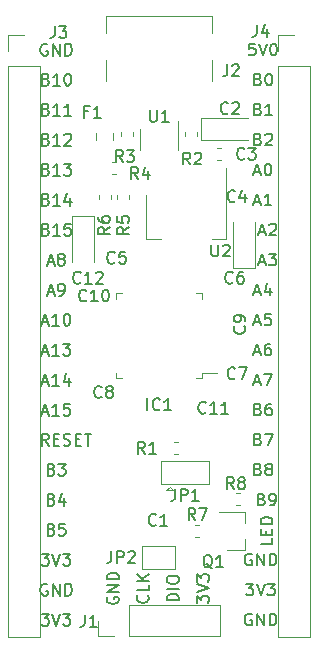
<source format=gbr>
%TF.GenerationSoftware,KiCad,Pcbnew,(5.1.6)-1*%
%TF.CreationDate,2021-08-28T00:22:51-07:00*%
%TF.ProjectId,Rocketboard-Engine,526f636b-6574-4626-9f61-72642d456e67,1.0*%
%TF.SameCoordinates,Original*%
%TF.FileFunction,Legend,Top*%
%TF.FilePolarity,Positive*%
%FSLAX46Y46*%
G04 Gerber Fmt 4.6, Leading zero omitted, Abs format (unit mm)*
G04 Created by KiCad (PCBNEW (5.1.6)-1) date 2021-08-28 00:22:51*
%MOMM*%
%LPD*%
G01*
G04 APERTURE LIST*
%ADD10C,0.150000*%
%ADD11C,0.120000*%
G04 APERTURE END LIST*
D10*
X137804880Y-120988095D02*
X137804880Y-120369047D01*
X138185833Y-120702380D01*
X138185833Y-120559523D01*
X138233452Y-120464285D01*
X138281071Y-120416666D01*
X138376309Y-120369047D01*
X138614404Y-120369047D01*
X138709642Y-120416666D01*
X138757261Y-120464285D01*
X138804880Y-120559523D01*
X138804880Y-120845238D01*
X138757261Y-120940476D01*
X138709642Y-120988095D01*
X137804880Y-120083333D02*
X138804880Y-119750000D01*
X137804880Y-119416666D01*
X137804880Y-119178571D02*
X137804880Y-118559523D01*
X138185833Y-118892857D01*
X138185833Y-118750000D01*
X138233452Y-118654761D01*
X138281071Y-118607142D01*
X138376309Y-118559523D01*
X138614404Y-118559523D01*
X138709642Y-118607142D01*
X138757261Y-118654761D01*
X138804880Y-118750000D01*
X138804880Y-119035714D01*
X138757261Y-119130952D01*
X138709642Y-119178571D01*
X136264880Y-120773808D02*
X135264880Y-120773808D01*
X135264880Y-120535713D01*
X135312500Y-120392856D01*
X135407738Y-120297618D01*
X135502976Y-120249999D01*
X135693452Y-120202379D01*
X135836309Y-120202379D01*
X136026785Y-120249999D01*
X136122023Y-120297618D01*
X136217261Y-120392856D01*
X136264880Y-120535713D01*
X136264880Y-120773808D01*
X136264880Y-119773808D02*
X135264880Y-119773808D01*
X135264880Y-119107141D02*
X135264880Y-118916665D01*
X135312500Y-118821427D01*
X135407738Y-118726189D01*
X135598214Y-118678570D01*
X135931547Y-118678570D01*
X136122023Y-118726189D01*
X136217261Y-118821427D01*
X136264880Y-118916665D01*
X136264880Y-119107141D01*
X136217261Y-119202379D01*
X136122023Y-119297618D01*
X135931547Y-119345237D01*
X135598214Y-119345237D01*
X135407738Y-119297618D01*
X135312500Y-119202379D01*
X135264880Y-119107141D01*
X133629642Y-120345237D02*
X133677261Y-120392856D01*
X133724880Y-120535713D01*
X133724880Y-120630951D01*
X133677261Y-120773808D01*
X133582023Y-120869046D01*
X133486785Y-120916665D01*
X133296309Y-120964284D01*
X133153452Y-120964284D01*
X132962976Y-120916665D01*
X132867738Y-120869046D01*
X132772500Y-120773808D01*
X132724880Y-120630951D01*
X132724880Y-120535713D01*
X132772500Y-120392856D01*
X132820119Y-120345237D01*
X133724880Y-119440475D02*
X133724880Y-119916665D01*
X132724880Y-119916665D01*
X133724880Y-119107141D02*
X132724880Y-119107141D01*
X133724880Y-118535713D02*
X133153452Y-118964284D01*
X132724880Y-118535713D02*
X133296309Y-119107141D01*
X130232500Y-120511904D02*
X130184880Y-120607142D01*
X130184880Y-120750000D01*
X130232500Y-120892857D01*
X130327738Y-120988095D01*
X130422976Y-121035714D01*
X130613452Y-121083333D01*
X130756309Y-121083333D01*
X130946785Y-121035714D01*
X131042023Y-120988095D01*
X131137261Y-120892857D01*
X131184880Y-120750000D01*
X131184880Y-120654761D01*
X131137261Y-120511904D01*
X131089642Y-120464285D01*
X130756309Y-120464285D01*
X130756309Y-120654761D01*
X131184880Y-120035714D02*
X130184880Y-120035714D01*
X131184880Y-119464285D01*
X130184880Y-119464285D01*
X131184880Y-118988095D02*
X130184880Y-118988095D01*
X130184880Y-118750000D01*
X130232500Y-118607142D01*
X130327738Y-118511904D01*
X130422976Y-118464285D01*
X130613452Y-118416666D01*
X130756309Y-118416666D01*
X130946785Y-118464285D01*
X131042023Y-118511904D01*
X131137261Y-118607142D01*
X131184880Y-118750000D01*
X131184880Y-118988095D01*
X142438095Y-121942500D02*
X142342857Y-121894880D01*
X142200000Y-121894880D01*
X142057142Y-121942500D01*
X141961904Y-122037738D01*
X141914285Y-122132976D01*
X141866666Y-122323452D01*
X141866666Y-122466309D01*
X141914285Y-122656785D01*
X141961904Y-122752023D01*
X142057142Y-122847261D01*
X142200000Y-122894880D01*
X142295238Y-122894880D01*
X142438095Y-122847261D01*
X142485714Y-122799642D01*
X142485714Y-122466309D01*
X142295238Y-122466309D01*
X142914285Y-122894880D02*
X142914285Y-121894880D01*
X143485714Y-122894880D01*
X143485714Y-121894880D01*
X143961904Y-122894880D02*
X143961904Y-121894880D01*
X144200000Y-121894880D01*
X144342857Y-121942500D01*
X144438095Y-122037738D01*
X144485714Y-122132976D01*
X144533333Y-122323452D01*
X144533333Y-122466309D01*
X144485714Y-122656785D01*
X144438095Y-122752023D01*
X144342857Y-122847261D01*
X144200000Y-122894880D01*
X143961904Y-122894880D01*
X141961904Y-119354880D02*
X142580952Y-119354880D01*
X142247619Y-119735833D01*
X142390476Y-119735833D01*
X142485714Y-119783452D01*
X142533333Y-119831071D01*
X142580952Y-119926309D01*
X142580952Y-120164404D01*
X142533333Y-120259642D01*
X142485714Y-120307261D01*
X142390476Y-120354880D01*
X142104761Y-120354880D01*
X142009523Y-120307261D01*
X141961904Y-120259642D01*
X142866666Y-119354880D02*
X143200000Y-120354880D01*
X143533333Y-119354880D01*
X143771428Y-119354880D02*
X144390476Y-119354880D01*
X144057142Y-119735833D01*
X144200000Y-119735833D01*
X144295238Y-119783452D01*
X144342857Y-119831071D01*
X144390476Y-119926309D01*
X144390476Y-120164404D01*
X144342857Y-120259642D01*
X144295238Y-120307261D01*
X144200000Y-120354880D01*
X143914285Y-120354880D01*
X143819047Y-120307261D01*
X143771428Y-120259642D01*
X142438095Y-116862500D02*
X142342857Y-116814880D01*
X142200000Y-116814880D01*
X142057142Y-116862500D01*
X141961904Y-116957738D01*
X141914285Y-117052976D01*
X141866666Y-117243452D01*
X141866666Y-117386309D01*
X141914285Y-117576785D01*
X141961904Y-117672023D01*
X142057142Y-117767261D01*
X142200000Y-117814880D01*
X142295238Y-117814880D01*
X142438095Y-117767261D01*
X142485714Y-117719642D01*
X142485714Y-117386309D01*
X142295238Y-117386309D01*
X142914285Y-117814880D02*
X142914285Y-116814880D01*
X143485714Y-117814880D01*
X143485714Y-116814880D01*
X143961904Y-117814880D02*
X143961904Y-116814880D01*
X144200000Y-116814880D01*
X144342857Y-116862500D01*
X144438095Y-116957738D01*
X144485714Y-117052976D01*
X144533333Y-117243452D01*
X144533333Y-117386309D01*
X144485714Y-117576785D01*
X144438095Y-117672023D01*
X144342857Y-117767261D01*
X144200000Y-117814880D01*
X143961904Y-117814880D01*
X144202380Y-115532857D02*
X144202380Y-116009047D01*
X143202380Y-116009047D01*
X143678571Y-115199523D02*
X143678571Y-114866190D01*
X144202380Y-114723333D02*
X144202380Y-115199523D01*
X143202380Y-115199523D01*
X143202380Y-114723333D01*
X144202380Y-114294761D02*
X143202380Y-114294761D01*
X143202380Y-114056666D01*
X143250000Y-113913809D01*
X143345238Y-113818571D01*
X143440476Y-113770952D01*
X143630952Y-113723333D01*
X143773809Y-113723333D01*
X143964285Y-113770952D01*
X144059523Y-113818571D01*
X144154761Y-113913809D01*
X144202380Y-114056666D01*
X144202380Y-114294761D01*
X143295238Y-112211071D02*
X143438095Y-112258690D01*
X143485714Y-112306309D01*
X143533333Y-112401547D01*
X143533333Y-112544404D01*
X143485714Y-112639642D01*
X143438095Y-112687261D01*
X143342857Y-112734880D01*
X142961904Y-112734880D01*
X142961904Y-111734880D01*
X143295238Y-111734880D01*
X143390476Y-111782500D01*
X143438095Y-111830119D01*
X143485714Y-111925357D01*
X143485714Y-112020595D01*
X143438095Y-112115833D01*
X143390476Y-112163452D01*
X143295238Y-112211071D01*
X142961904Y-112211071D01*
X144009523Y-112734880D02*
X144200000Y-112734880D01*
X144295238Y-112687261D01*
X144342857Y-112639642D01*
X144438095Y-112496785D01*
X144485714Y-112306309D01*
X144485714Y-111925357D01*
X144438095Y-111830119D01*
X144390476Y-111782500D01*
X144295238Y-111734880D01*
X144104761Y-111734880D01*
X144009523Y-111782500D01*
X143961904Y-111830119D01*
X143914285Y-111925357D01*
X143914285Y-112163452D01*
X143961904Y-112258690D01*
X144009523Y-112306309D01*
X144104761Y-112353928D01*
X144295238Y-112353928D01*
X144390476Y-112306309D01*
X144438095Y-112258690D01*
X144485714Y-112163452D01*
X142995238Y-109671071D02*
X143138095Y-109718690D01*
X143185714Y-109766309D01*
X143233333Y-109861547D01*
X143233333Y-110004404D01*
X143185714Y-110099642D01*
X143138095Y-110147261D01*
X143042857Y-110194880D01*
X142661904Y-110194880D01*
X142661904Y-109194880D01*
X142995238Y-109194880D01*
X143090476Y-109242500D01*
X143138095Y-109290119D01*
X143185714Y-109385357D01*
X143185714Y-109480595D01*
X143138095Y-109575833D01*
X143090476Y-109623452D01*
X142995238Y-109671071D01*
X142661904Y-109671071D01*
X143804761Y-109623452D02*
X143709523Y-109575833D01*
X143661904Y-109528214D01*
X143614285Y-109432976D01*
X143614285Y-109385357D01*
X143661904Y-109290119D01*
X143709523Y-109242500D01*
X143804761Y-109194880D01*
X143995238Y-109194880D01*
X144090476Y-109242500D01*
X144138095Y-109290119D01*
X144185714Y-109385357D01*
X144185714Y-109432976D01*
X144138095Y-109528214D01*
X144090476Y-109575833D01*
X143995238Y-109623452D01*
X143804761Y-109623452D01*
X143709523Y-109671071D01*
X143661904Y-109718690D01*
X143614285Y-109813928D01*
X143614285Y-110004404D01*
X143661904Y-110099642D01*
X143709523Y-110147261D01*
X143804761Y-110194880D01*
X143995238Y-110194880D01*
X144090476Y-110147261D01*
X144138095Y-110099642D01*
X144185714Y-110004404D01*
X144185714Y-109813928D01*
X144138095Y-109718690D01*
X144090476Y-109671071D01*
X143995238Y-109623452D01*
X142995238Y-107131071D02*
X143138095Y-107178690D01*
X143185714Y-107226309D01*
X143233333Y-107321547D01*
X143233333Y-107464404D01*
X143185714Y-107559642D01*
X143138095Y-107607261D01*
X143042857Y-107654880D01*
X142661904Y-107654880D01*
X142661904Y-106654880D01*
X142995238Y-106654880D01*
X143090476Y-106702500D01*
X143138095Y-106750119D01*
X143185714Y-106845357D01*
X143185714Y-106940595D01*
X143138095Y-107035833D01*
X143090476Y-107083452D01*
X142995238Y-107131071D01*
X142661904Y-107131071D01*
X143566666Y-106654880D02*
X144233333Y-106654880D01*
X143804761Y-107654880D01*
X142995238Y-104591071D02*
X143138095Y-104638690D01*
X143185714Y-104686309D01*
X143233333Y-104781547D01*
X143233333Y-104924404D01*
X143185714Y-105019642D01*
X143138095Y-105067261D01*
X143042857Y-105114880D01*
X142661904Y-105114880D01*
X142661904Y-104114880D01*
X142995238Y-104114880D01*
X143090476Y-104162500D01*
X143138095Y-104210119D01*
X143185714Y-104305357D01*
X143185714Y-104400595D01*
X143138095Y-104495833D01*
X143090476Y-104543452D01*
X142995238Y-104591071D01*
X142661904Y-104591071D01*
X144090476Y-104114880D02*
X143900000Y-104114880D01*
X143804761Y-104162500D01*
X143757142Y-104210119D01*
X143661904Y-104352976D01*
X143614285Y-104543452D01*
X143614285Y-104924404D01*
X143661904Y-105019642D01*
X143709523Y-105067261D01*
X143804761Y-105114880D01*
X143995238Y-105114880D01*
X144090476Y-105067261D01*
X144138095Y-105019642D01*
X144185714Y-104924404D01*
X144185714Y-104686309D01*
X144138095Y-104591071D01*
X144090476Y-104543452D01*
X143995238Y-104495833D01*
X143804761Y-104495833D01*
X143709523Y-104543452D01*
X143661904Y-104591071D01*
X143614285Y-104686309D01*
X142685714Y-102289166D02*
X143161904Y-102289166D01*
X142590476Y-102574880D02*
X142923809Y-101574880D01*
X143257142Y-102574880D01*
X143495238Y-101574880D02*
X144161904Y-101574880D01*
X143733333Y-102574880D01*
X142685714Y-99749166D02*
X143161904Y-99749166D01*
X142590476Y-100034880D02*
X142923809Y-99034880D01*
X143257142Y-100034880D01*
X144019047Y-99034880D02*
X143828571Y-99034880D01*
X143733333Y-99082500D01*
X143685714Y-99130119D01*
X143590476Y-99272976D01*
X143542857Y-99463452D01*
X143542857Y-99844404D01*
X143590476Y-99939642D01*
X143638095Y-99987261D01*
X143733333Y-100034880D01*
X143923809Y-100034880D01*
X144019047Y-99987261D01*
X144066666Y-99939642D01*
X144114285Y-99844404D01*
X144114285Y-99606309D01*
X144066666Y-99511071D01*
X144019047Y-99463452D01*
X143923809Y-99415833D01*
X143733333Y-99415833D01*
X143638095Y-99463452D01*
X143590476Y-99511071D01*
X143542857Y-99606309D01*
X142685714Y-97209166D02*
X143161904Y-97209166D01*
X142590476Y-97494880D02*
X142923809Y-96494880D01*
X143257142Y-97494880D01*
X144066666Y-96494880D02*
X143590476Y-96494880D01*
X143542857Y-96971071D01*
X143590476Y-96923452D01*
X143685714Y-96875833D01*
X143923809Y-96875833D01*
X144019047Y-96923452D01*
X144066666Y-96971071D01*
X144114285Y-97066309D01*
X144114285Y-97304404D01*
X144066666Y-97399642D01*
X144019047Y-97447261D01*
X143923809Y-97494880D01*
X143685714Y-97494880D01*
X143590476Y-97447261D01*
X143542857Y-97399642D01*
X142685714Y-94669166D02*
X143161904Y-94669166D01*
X142590476Y-94954880D02*
X142923809Y-93954880D01*
X143257142Y-94954880D01*
X144019047Y-94288214D02*
X144019047Y-94954880D01*
X143780952Y-93907261D02*
X143542857Y-94621547D01*
X144161904Y-94621547D01*
X143085714Y-92129166D02*
X143561904Y-92129166D01*
X142990476Y-92414880D02*
X143323809Y-91414880D01*
X143657142Y-92414880D01*
X143895238Y-91414880D02*
X144514285Y-91414880D01*
X144180952Y-91795833D01*
X144323809Y-91795833D01*
X144419047Y-91843452D01*
X144466666Y-91891071D01*
X144514285Y-91986309D01*
X144514285Y-92224404D01*
X144466666Y-92319642D01*
X144419047Y-92367261D01*
X144323809Y-92414880D01*
X144038095Y-92414880D01*
X143942857Y-92367261D01*
X143895238Y-92319642D01*
X143085714Y-89589166D02*
X143561904Y-89589166D01*
X142990476Y-89874880D02*
X143323809Y-88874880D01*
X143657142Y-89874880D01*
X143942857Y-88970119D02*
X143990476Y-88922500D01*
X144085714Y-88874880D01*
X144323809Y-88874880D01*
X144419047Y-88922500D01*
X144466666Y-88970119D01*
X144514285Y-89065357D01*
X144514285Y-89160595D01*
X144466666Y-89303452D01*
X143895238Y-89874880D01*
X144514285Y-89874880D01*
X142685714Y-87049166D02*
X143161904Y-87049166D01*
X142590476Y-87334880D02*
X142923809Y-86334880D01*
X143257142Y-87334880D01*
X144114285Y-87334880D02*
X143542857Y-87334880D01*
X143828571Y-87334880D02*
X143828571Y-86334880D01*
X143733333Y-86477738D01*
X143638095Y-86572976D01*
X143542857Y-86620595D01*
X142685714Y-84509166D02*
X143161904Y-84509166D01*
X142590476Y-84794880D02*
X142923809Y-83794880D01*
X143257142Y-84794880D01*
X143780952Y-83794880D02*
X143876190Y-83794880D01*
X143971428Y-83842500D01*
X144019047Y-83890119D01*
X144066666Y-83985357D01*
X144114285Y-84175833D01*
X144114285Y-84413928D01*
X144066666Y-84604404D01*
X144019047Y-84699642D01*
X143971428Y-84747261D01*
X143876190Y-84794880D01*
X143780952Y-84794880D01*
X143685714Y-84747261D01*
X143638095Y-84699642D01*
X143590476Y-84604404D01*
X143542857Y-84413928D01*
X143542857Y-84175833D01*
X143590476Y-83985357D01*
X143638095Y-83890119D01*
X143685714Y-83842500D01*
X143780952Y-83794880D01*
X142995238Y-81731071D02*
X143138095Y-81778690D01*
X143185714Y-81826309D01*
X143233333Y-81921547D01*
X143233333Y-82064404D01*
X143185714Y-82159642D01*
X143138095Y-82207261D01*
X143042857Y-82254880D01*
X142661904Y-82254880D01*
X142661904Y-81254880D01*
X142995238Y-81254880D01*
X143090476Y-81302500D01*
X143138095Y-81350119D01*
X143185714Y-81445357D01*
X143185714Y-81540595D01*
X143138095Y-81635833D01*
X143090476Y-81683452D01*
X142995238Y-81731071D01*
X142661904Y-81731071D01*
X143614285Y-81350119D02*
X143661904Y-81302500D01*
X143757142Y-81254880D01*
X143995238Y-81254880D01*
X144090476Y-81302500D01*
X144138095Y-81350119D01*
X144185714Y-81445357D01*
X144185714Y-81540595D01*
X144138095Y-81683452D01*
X143566666Y-82254880D01*
X144185714Y-82254880D01*
X142995238Y-79191071D02*
X143138095Y-79238690D01*
X143185714Y-79286309D01*
X143233333Y-79381547D01*
X143233333Y-79524404D01*
X143185714Y-79619642D01*
X143138095Y-79667261D01*
X143042857Y-79714880D01*
X142661904Y-79714880D01*
X142661904Y-78714880D01*
X142995238Y-78714880D01*
X143090476Y-78762500D01*
X143138095Y-78810119D01*
X143185714Y-78905357D01*
X143185714Y-79000595D01*
X143138095Y-79095833D01*
X143090476Y-79143452D01*
X142995238Y-79191071D01*
X142661904Y-79191071D01*
X144185714Y-79714880D02*
X143614285Y-79714880D01*
X143900000Y-79714880D02*
X143900000Y-78714880D01*
X143804761Y-78857738D01*
X143709523Y-78952976D01*
X143614285Y-79000595D01*
X142995238Y-76651071D02*
X143138095Y-76698690D01*
X143185714Y-76746309D01*
X143233333Y-76841547D01*
X143233333Y-76984404D01*
X143185714Y-77079642D01*
X143138095Y-77127261D01*
X143042857Y-77174880D01*
X142661904Y-77174880D01*
X142661904Y-76174880D01*
X142995238Y-76174880D01*
X143090476Y-76222500D01*
X143138095Y-76270119D01*
X143185714Y-76365357D01*
X143185714Y-76460595D01*
X143138095Y-76555833D01*
X143090476Y-76603452D01*
X142995238Y-76651071D01*
X142661904Y-76651071D01*
X143852380Y-76174880D02*
X143947619Y-76174880D01*
X144042857Y-76222500D01*
X144090476Y-76270119D01*
X144138095Y-76365357D01*
X144185714Y-76555833D01*
X144185714Y-76793928D01*
X144138095Y-76984404D01*
X144090476Y-77079642D01*
X144042857Y-77127261D01*
X143947619Y-77174880D01*
X143852380Y-77174880D01*
X143757142Y-77127261D01*
X143709523Y-77079642D01*
X143661904Y-76984404D01*
X143614285Y-76793928D01*
X143614285Y-76555833D01*
X143661904Y-76365357D01*
X143709523Y-76270119D01*
X143757142Y-76222500D01*
X143852380Y-76174880D01*
X142733333Y-73634880D02*
X142257142Y-73634880D01*
X142209523Y-74111071D01*
X142257142Y-74063452D01*
X142352380Y-74015833D01*
X142590476Y-74015833D01*
X142685714Y-74063452D01*
X142733333Y-74111071D01*
X142780952Y-74206309D01*
X142780952Y-74444404D01*
X142733333Y-74539642D01*
X142685714Y-74587261D01*
X142590476Y-74634880D01*
X142352380Y-74634880D01*
X142257142Y-74587261D01*
X142209523Y-74539642D01*
X143066666Y-73634880D02*
X143400000Y-74634880D01*
X143733333Y-73634880D01*
X144257142Y-73634880D02*
X144352380Y-73634880D01*
X144447619Y-73682500D01*
X144495238Y-73730119D01*
X144542857Y-73825357D01*
X144590476Y-74015833D01*
X144590476Y-74253928D01*
X144542857Y-74444404D01*
X144495238Y-74539642D01*
X144447619Y-74587261D01*
X144352380Y-74634880D01*
X144257142Y-74634880D01*
X144161904Y-74587261D01*
X144114285Y-74539642D01*
X144066666Y-74444404D01*
X144019047Y-74253928D01*
X144019047Y-74015833D01*
X144066666Y-73825357D01*
X144114285Y-73730119D01*
X144161904Y-73682500D01*
X144257142Y-73634880D01*
X124661904Y-121904880D02*
X125280952Y-121904880D01*
X124947619Y-122285833D01*
X125090476Y-122285833D01*
X125185714Y-122333452D01*
X125233333Y-122381071D01*
X125280952Y-122476309D01*
X125280952Y-122714404D01*
X125233333Y-122809642D01*
X125185714Y-122857261D01*
X125090476Y-122904880D01*
X124804761Y-122904880D01*
X124709523Y-122857261D01*
X124661904Y-122809642D01*
X125566666Y-121904880D02*
X125900000Y-122904880D01*
X126233333Y-121904880D01*
X126471428Y-121904880D02*
X127090476Y-121904880D01*
X126757142Y-122285833D01*
X126900000Y-122285833D01*
X126995238Y-122333452D01*
X127042857Y-122381071D01*
X127090476Y-122476309D01*
X127090476Y-122714404D01*
X127042857Y-122809642D01*
X126995238Y-122857261D01*
X126900000Y-122904880D01*
X126614285Y-122904880D01*
X126519047Y-122857261D01*
X126471428Y-122809642D01*
X125138095Y-119412500D02*
X125042857Y-119364880D01*
X124900000Y-119364880D01*
X124757142Y-119412500D01*
X124661904Y-119507738D01*
X124614285Y-119602976D01*
X124566666Y-119793452D01*
X124566666Y-119936309D01*
X124614285Y-120126785D01*
X124661904Y-120222023D01*
X124757142Y-120317261D01*
X124900000Y-120364880D01*
X124995238Y-120364880D01*
X125138095Y-120317261D01*
X125185714Y-120269642D01*
X125185714Y-119936309D01*
X124995238Y-119936309D01*
X125614285Y-120364880D02*
X125614285Y-119364880D01*
X126185714Y-120364880D01*
X126185714Y-119364880D01*
X126661904Y-120364880D02*
X126661904Y-119364880D01*
X126900000Y-119364880D01*
X127042857Y-119412500D01*
X127138095Y-119507738D01*
X127185714Y-119602976D01*
X127233333Y-119793452D01*
X127233333Y-119936309D01*
X127185714Y-120126785D01*
X127138095Y-120222023D01*
X127042857Y-120317261D01*
X126900000Y-120364880D01*
X126661904Y-120364880D01*
X124661904Y-116824880D02*
X125280952Y-116824880D01*
X124947619Y-117205833D01*
X125090476Y-117205833D01*
X125185714Y-117253452D01*
X125233333Y-117301071D01*
X125280952Y-117396309D01*
X125280952Y-117634404D01*
X125233333Y-117729642D01*
X125185714Y-117777261D01*
X125090476Y-117824880D01*
X124804761Y-117824880D01*
X124709523Y-117777261D01*
X124661904Y-117729642D01*
X125566666Y-116824880D02*
X125900000Y-117824880D01*
X126233333Y-116824880D01*
X126471428Y-116824880D02*
X127090476Y-116824880D01*
X126757142Y-117205833D01*
X126900000Y-117205833D01*
X126995238Y-117253452D01*
X127042857Y-117301071D01*
X127090476Y-117396309D01*
X127090476Y-117634404D01*
X127042857Y-117729642D01*
X126995238Y-117777261D01*
X126900000Y-117824880D01*
X126614285Y-117824880D01*
X126519047Y-117777261D01*
X126471428Y-117729642D01*
X125495238Y-114761071D02*
X125638095Y-114808690D01*
X125685714Y-114856309D01*
X125733333Y-114951547D01*
X125733333Y-115094404D01*
X125685714Y-115189642D01*
X125638095Y-115237261D01*
X125542857Y-115284880D01*
X125161904Y-115284880D01*
X125161904Y-114284880D01*
X125495238Y-114284880D01*
X125590476Y-114332500D01*
X125638095Y-114380119D01*
X125685714Y-114475357D01*
X125685714Y-114570595D01*
X125638095Y-114665833D01*
X125590476Y-114713452D01*
X125495238Y-114761071D01*
X125161904Y-114761071D01*
X126638095Y-114284880D02*
X126161904Y-114284880D01*
X126114285Y-114761071D01*
X126161904Y-114713452D01*
X126257142Y-114665833D01*
X126495238Y-114665833D01*
X126590476Y-114713452D01*
X126638095Y-114761071D01*
X126685714Y-114856309D01*
X126685714Y-115094404D01*
X126638095Y-115189642D01*
X126590476Y-115237261D01*
X126495238Y-115284880D01*
X126257142Y-115284880D01*
X126161904Y-115237261D01*
X126114285Y-115189642D01*
X125495238Y-112221071D02*
X125638095Y-112268690D01*
X125685714Y-112316309D01*
X125733333Y-112411547D01*
X125733333Y-112554404D01*
X125685714Y-112649642D01*
X125638095Y-112697261D01*
X125542857Y-112744880D01*
X125161904Y-112744880D01*
X125161904Y-111744880D01*
X125495238Y-111744880D01*
X125590476Y-111792500D01*
X125638095Y-111840119D01*
X125685714Y-111935357D01*
X125685714Y-112030595D01*
X125638095Y-112125833D01*
X125590476Y-112173452D01*
X125495238Y-112221071D01*
X125161904Y-112221071D01*
X126590476Y-112078214D02*
X126590476Y-112744880D01*
X126352380Y-111697261D02*
X126114285Y-112411547D01*
X126733333Y-112411547D01*
X125495238Y-109681071D02*
X125638095Y-109728690D01*
X125685714Y-109776309D01*
X125733333Y-109871547D01*
X125733333Y-110014404D01*
X125685714Y-110109642D01*
X125638095Y-110157261D01*
X125542857Y-110204880D01*
X125161904Y-110204880D01*
X125161904Y-109204880D01*
X125495238Y-109204880D01*
X125590476Y-109252500D01*
X125638095Y-109300119D01*
X125685714Y-109395357D01*
X125685714Y-109490595D01*
X125638095Y-109585833D01*
X125590476Y-109633452D01*
X125495238Y-109681071D01*
X125161904Y-109681071D01*
X126066666Y-109204880D02*
X126685714Y-109204880D01*
X126352380Y-109585833D01*
X126495238Y-109585833D01*
X126590476Y-109633452D01*
X126638095Y-109681071D01*
X126685714Y-109776309D01*
X126685714Y-110014404D01*
X126638095Y-110109642D01*
X126590476Y-110157261D01*
X126495238Y-110204880D01*
X126209523Y-110204880D01*
X126114285Y-110157261D01*
X126066666Y-110109642D01*
X125247619Y-107664880D02*
X124914285Y-107188690D01*
X124676190Y-107664880D02*
X124676190Y-106664880D01*
X125057142Y-106664880D01*
X125152380Y-106712500D01*
X125200000Y-106760119D01*
X125247619Y-106855357D01*
X125247619Y-106998214D01*
X125200000Y-107093452D01*
X125152380Y-107141071D01*
X125057142Y-107188690D01*
X124676190Y-107188690D01*
X125676190Y-107141071D02*
X126009523Y-107141071D01*
X126152380Y-107664880D02*
X125676190Y-107664880D01*
X125676190Y-106664880D01*
X126152380Y-106664880D01*
X126533333Y-107617261D02*
X126676190Y-107664880D01*
X126914285Y-107664880D01*
X127009523Y-107617261D01*
X127057142Y-107569642D01*
X127104761Y-107474404D01*
X127104761Y-107379166D01*
X127057142Y-107283928D01*
X127009523Y-107236309D01*
X126914285Y-107188690D01*
X126723809Y-107141071D01*
X126628571Y-107093452D01*
X126580952Y-107045833D01*
X126533333Y-106950595D01*
X126533333Y-106855357D01*
X126580952Y-106760119D01*
X126628571Y-106712500D01*
X126723809Y-106664880D01*
X126961904Y-106664880D01*
X127104761Y-106712500D01*
X127533333Y-107141071D02*
X127866666Y-107141071D01*
X128009523Y-107664880D02*
X127533333Y-107664880D01*
X127533333Y-106664880D01*
X128009523Y-106664880D01*
X128295238Y-106664880D02*
X128866666Y-106664880D01*
X128580952Y-107664880D02*
X128580952Y-106664880D01*
X124709523Y-104839166D02*
X125185714Y-104839166D01*
X124614285Y-105124880D02*
X124947619Y-104124880D01*
X125280952Y-105124880D01*
X126138095Y-105124880D02*
X125566666Y-105124880D01*
X125852380Y-105124880D02*
X125852380Y-104124880D01*
X125757142Y-104267738D01*
X125661904Y-104362976D01*
X125566666Y-104410595D01*
X127042857Y-104124880D02*
X126566666Y-104124880D01*
X126519047Y-104601071D01*
X126566666Y-104553452D01*
X126661904Y-104505833D01*
X126900000Y-104505833D01*
X126995238Y-104553452D01*
X127042857Y-104601071D01*
X127090476Y-104696309D01*
X127090476Y-104934404D01*
X127042857Y-105029642D01*
X126995238Y-105077261D01*
X126900000Y-105124880D01*
X126661904Y-105124880D01*
X126566666Y-105077261D01*
X126519047Y-105029642D01*
X124709523Y-102299166D02*
X125185714Y-102299166D01*
X124614285Y-102584880D02*
X124947619Y-101584880D01*
X125280952Y-102584880D01*
X126138095Y-102584880D02*
X125566666Y-102584880D01*
X125852380Y-102584880D02*
X125852380Y-101584880D01*
X125757142Y-101727738D01*
X125661904Y-101822976D01*
X125566666Y-101870595D01*
X126995238Y-101918214D02*
X126995238Y-102584880D01*
X126757142Y-101537261D02*
X126519047Y-102251547D01*
X127138095Y-102251547D01*
X124709523Y-99759166D02*
X125185714Y-99759166D01*
X124614285Y-100044880D02*
X124947619Y-99044880D01*
X125280952Y-100044880D01*
X126138095Y-100044880D02*
X125566666Y-100044880D01*
X125852380Y-100044880D02*
X125852380Y-99044880D01*
X125757142Y-99187738D01*
X125661904Y-99282976D01*
X125566666Y-99330595D01*
X126471428Y-99044880D02*
X127090476Y-99044880D01*
X126757142Y-99425833D01*
X126900000Y-99425833D01*
X126995238Y-99473452D01*
X127042857Y-99521071D01*
X127090476Y-99616309D01*
X127090476Y-99854404D01*
X127042857Y-99949642D01*
X126995238Y-99997261D01*
X126900000Y-100044880D01*
X126614285Y-100044880D01*
X126519047Y-99997261D01*
X126471428Y-99949642D01*
X124709523Y-97219166D02*
X125185714Y-97219166D01*
X124614285Y-97504880D02*
X124947619Y-96504880D01*
X125280952Y-97504880D01*
X126138095Y-97504880D02*
X125566666Y-97504880D01*
X125852380Y-97504880D02*
X125852380Y-96504880D01*
X125757142Y-96647738D01*
X125661904Y-96742976D01*
X125566666Y-96790595D01*
X126757142Y-96504880D02*
X126852380Y-96504880D01*
X126947619Y-96552500D01*
X126995238Y-96600119D01*
X127042857Y-96695357D01*
X127090476Y-96885833D01*
X127090476Y-97123928D01*
X127042857Y-97314404D01*
X126995238Y-97409642D01*
X126947619Y-97457261D01*
X126852380Y-97504880D01*
X126757142Y-97504880D01*
X126661904Y-97457261D01*
X126614285Y-97409642D01*
X126566666Y-97314404D01*
X126519047Y-97123928D01*
X126519047Y-96885833D01*
X126566666Y-96695357D01*
X126614285Y-96600119D01*
X126661904Y-96552500D01*
X126757142Y-96504880D01*
X125185714Y-94679166D02*
X125661904Y-94679166D01*
X125090476Y-94964880D02*
X125423809Y-93964880D01*
X125757142Y-94964880D01*
X126138095Y-94964880D02*
X126328571Y-94964880D01*
X126423809Y-94917261D01*
X126471428Y-94869642D01*
X126566666Y-94726785D01*
X126614285Y-94536309D01*
X126614285Y-94155357D01*
X126566666Y-94060119D01*
X126519047Y-94012500D01*
X126423809Y-93964880D01*
X126233333Y-93964880D01*
X126138095Y-94012500D01*
X126090476Y-94060119D01*
X126042857Y-94155357D01*
X126042857Y-94393452D01*
X126090476Y-94488690D01*
X126138095Y-94536309D01*
X126233333Y-94583928D01*
X126423809Y-94583928D01*
X126519047Y-94536309D01*
X126566666Y-94488690D01*
X126614285Y-94393452D01*
X125185714Y-92139166D02*
X125661904Y-92139166D01*
X125090476Y-92424880D02*
X125423809Y-91424880D01*
X125757142Y-92424880D01*
X126233333Y-91853452D02*
X126138095Y-91805833D01*
X126090476Y-91758214D01*
X126042857Y-91662976D01*
X126042857Y-91615357D01*
X126090476Y-91520119D01*
X126138095Y-91472500D01*
X126233333Y-91424880D01*
X126423809Y-91424880D01*
X126519047Y-91472500D01*
X126566666Y-91520119D01*
X126614285Y-91615357D01*
X126614285Y-91662976D01*
X126566666Y-91758214D01*
X126519047Y-91805833D01*
X126423809Y-91853452D01*
X126233333Y-91853452D01*
X126138095Y-91901071D01*
X126090476Y-91948690D01*
X126042857Y-92043928D01*
X126042857Y-92234404D01*
X126090476Y-92329642D01*
X126138095Y-92377261D01*
X126233333Y-92424880D01*
X126423809Y-92424880D01*
X126519047Y-92377261D01*
X126566666Y-92329642D01*
X126614285Y-92234404D01*
X126614285Y-92043928D01*
X126566666Y-91948690D01*
X126519047Y-91901071D01*
X126423809Y-91853452D01*
X125019047Y-89361071D02*
X125161904Y-89408690D01*
X125209523Y-89456309D01*
X125257142Y-89551547D01*
X125257142Y-89694404D01*
X125209523Y-89789642D01*
X125161904Y-89837261D01*
X125066666Y-89884880D01*
X124685714Y-89884880D01*
X124685714Y-88884880D01*
X125019047Y-88884880D01*
X125114285Y-88932500D01*
X125161904Y-88980119D01*
X125209523Y-89075357D01*
X125209523Y-89170595D01*
X125161904Y-89265833D01*
X125114285Y-89313452D01*
X125019047Y-89361071D01*
X124685714Y-89361071D01*
X126209523Y-89884880D02*
X125638095Y-89884880D01*
X125923809Y-89884880D02*
X125923809Y-88884880D01*
X125828571Y-89027738D01*
X125733333Y-89122976D01*
X125638095Y-89170595D01*
X127114285Y-88884880D02*
X126638095Y-88884880D01*
X126590476Y-89361071D01*
X126638095Y-89313452D01*
X126733333Y-89265833D01*
X126971428Y-89265833D01*
X127066666Y-89313452D01*
X127114285Y-89361071D01*
X127161904Y-89456309D01*
X127161904Y-89694404D01*
X127114285Y-89789642D01*
X127066666Y-89837261D01*
X126971428Y-89884880D01*
X126733333Y-89884880D01*
X126638095Y-89837261D01*
X126590476Y-89789642D01*
X125019047Y-86821071D02*
X125161904Y-86868690D01*
X125209523Y-86916309D01*
X125257142Y-87011547D01*
X125257142Y-87154404D01*
X125209523Y-87249642D01*
X125161904Y-87297261D01*
X125066666Y-87344880D01*
X124685714Y-87344880D01*
X124685714Y-86344880D01*
X125019047Y-86344880D01*
X125114285Y-86392500D01*
X125161904Y-86440119D01*
X125209523Y-86535357D01*
X125209523Y-86630595D01*
X125161904Y-86725833D01*
X125114285Y-86773452D01*
X125019047Y-86821071D01*
X124685714Y-86821071D01*
X126209523Y-87344880D02*
X125638095Y-87344880D01*
X125923809Y-87344880D02*
X125923809Y-86344880D01*
X125828571Y-86487738D01*
X125733333Y-86582976D01*
X125638095Y-86630595D01*
X127066666Y-86678214D02*
X127066666Y-87344880D01*
X126828571Y-86297261D02*
X126590476Y-87011547D01*
X127209523Y-87011547D01*
X125019047Y-84281071D02*
X125161904Y-84328690D01*
X125209523Y-84376309D01*
X125257142Y-84471547D01*
X125257142Y-84614404D01*
X125209523Y-84709642D01*
X125161904Y-84757261D01*
X125066666Y-84804880D01*
X124685714Y-84804880D01*
X124685714Y-83804880D01*
X125019047Y-83804880D01*
X125114285Y-83852500D01*
X125161904Y-83900119D01*
X125209523Y-83995357D01*
X125209523Y-84090595D01*
X125161904Y-84185833D01*
X125114285Y-84233452D01*
X125019047Y-84281071D01*
X124685714Y-84281071D01*
X126209523Y-84804880D02*
X125638095Y-84804880D01*
X125923809Y-84804880D02*
X125923809Y-83804880D01*
X125828571Y-83947738D01*
X125733333Y-84042976D01*
X125638095Y-84090595D01*
X126542857Y-83804880D02*
X127161904Y-83804880D01*
X126828571Y-84185833D01*
X126971428Y-84185833D01*
X127066666Y-84233452D01*
X127114285Y-84281071D01*
X127161904Y-84376309D01*
X127161904Y-84614404D01*
X127114285Y-84709642D01*
X127066666Y-84757261D01*
X126971428Y-84804880D01*
X126685714Y-84804880D01*
X126590476Y-84757261D01*
X126542857Y-84709642D01*
X125019047Y-81741071D02*
X125161904Y-81788690D01*
X125209523Y-81836309D01*
X125257142Y-81931547D01*
X125257142Y-82074404D01*
X125209523Y-82169642D01*
X125161904Y-82217261D01*
X125066666Y-82264880D01*
X124685714Y-82264880D01*
X124685714Y-81264880D01*
X125019047Y-81264880D01*
X125114285Y-81312500D01*
X125161904Y-81360119D01*
X125209523Y-81455357D01*
X125209523Y-81550595D01*
X125161904Y-81645833D01*
X125114285Y-81693452D01*
X125019047Y-81741071D01*
X124685714Y-81741071D01*
X126209523Y-82264880D02*
X125638095Y-82264880D01*
X125923809Y-82264880D02*
X125923809Y-81264880D01*
X125828571Y-81407738D01*
X125733333Y-81502976D01*
X125638095Y-81550595D01*
X126590476Y-81360119D02*
X126638095Y-81312500D01*
X126733333Y-81264880D01*
X126971428Y-81264880D01*
X127066666Y-81312500D01*
X127114285Y-81360119D01*
X127161904Y-81455357D01*
X127161904Y-81550595D01*
X127114285Y-81693452D01*
X126542857Y-82264880D01*
X127161904Y-82264880D01*
X125019047Y-79201071D02*
X125161904Y-79248690D01*
X125209523Y-79296309D01*
X125257142Y-79391547D01*
X125257142Y-79534404D01*
X125209523Y-79629642D01*
X125161904Y-79677261D01*
X125066666Y-79724880D01*
X124685714Y-79724880D01*
X124685714Y-78724880D01*
X125019047Y-78724880D01*
X125114285Y-78772500D01*
X125161904Y-78820119D01*
X125209523Y-78915357D01*
X125209523Y-79010595D01*
X125161904Y-79105833D01*
X125114285Y-79153452D01*
X125019047Y-79201071D01*
X124685714Y-79201071D01*
X126209523Y-79724880D02*
X125638095Y-79724880D01*
X125923809Y-79724880D02*
X125923809Y-78724880D01*
X125828571Y-78867738D01*
X125733333Y-78962976D01*
X125638095Y-79010595D01*
X127161904Y-79724880D02*
X126590476Y-79724880D01*
X126876190Y-79724880D02*
X126876190Y-78724880D01*
X126780952Y-78867738D01*
X126685714Y-78962976D01*
X126590476Y-79010595D01*
X125019047Y-76661071D02*
X125161904Y-76708690D01*
X125209523Y-76756309D01*
X125257142Y-76851547D01*
X125257142Y-76994404D01*
X125209523Y-77089642D01*
X125161904Y-77137261D01*
X125066666Y-77184880D01*
X124685714Y-77184880D01*
X124685714Y-76184880D01*
X125019047Y-76184880D01*
X125114285Y-76232500D01*
X125161904Y-76280119D01*
X125209523Y-76375357D01*
X125209523Y-76470595D01*
X125161904Y-76565833D01*
X125114285Y-76613452D01*
X125019047Y-76661071D01*
X124685714Y-76661071D01*
X126209523Y-77184880D02*
X125638095Y-77184880D01*
X125923809Y-77184880D02*
X125923809Y-76184880D01*
X125828571Y-76327738D01*
X125733333Y-76422976D01*
X125638095Y-76470595D01*
X126828571Y-76184880D02*
X126923809Y-76184880D01*
X127019047Y-76232500D01*
X127066666Y-76280119D01*
X127114285Y-76375357D01*
X127161904Y-76565833D01*
X127161904Y-76803928D01*
X127114285Y-76994404D01*
X127066666Y-77089642D01*
X127019047Y-77137261D01*
X126923809Y-77184880D01*
X126828571Y-77184880D01*
X126733333Y-77137261D01*
X126685714Y-77089642D01*
X126638095Y-76994404D01*
X126590476Y-76803928D01*
X126590476Y-76565833D01*
X126638095Y-76375357D01*
X126685714Y-76280119D01*
X126733333Y-76232500D01*
X126828571Y-76184880D01*
X125138095Y-73692500D02*
X125042857Y-73644880D01*
X124900000Y-73644880D01*
X124757142Y-73692500D01*
X124661904Y-73787738D01*
X124614285Y-73882976D01*
X124566666Y-74073452D01*
X124566666Y-74216309D01*
X124614285Y-74406785D01*
X124661904Y-74502023D01*
X124757142Y-74597261D01*
X124900000Y-74644880D01*
X124995238Y-74644880D01*
X125138095Y-74597261D01*
X125185714Y-74549642D01*
X125185714Y-74216309D01*
X124995238Y-74216309D01*
X125614285Y-74644880D02*
X125614285Y-73644880D01*
X126185714Y-74644880D01*
X126185714Y-73644880D01*
X126661904Y-74644880D02*
X126661904Y-73644880D01*
X126900000Y-73644880D01*
X127042857Y-73692500D01*
X127138095Y-73787738D01*
X127185714Y-73882976D01*
X127233333Y-74073452D01*
X127233333Y-74216309D01*
X127185714Y-74406785D01*
X127138095Y-74502023D01*
X127042857Y-74597261D01*
X126900000Y-74644880D01*
X126661904Y-74644880D01*
D11*
%TO.C,IC1*%
X131440000Y-94765000D02*
X130990000Y-94765000D01*
X130990000Y-94765000D02*
X130990000Y-95215000D01*
X137760000Y-94765000D02*
X138210000Y-94765000D01*
X138210000Y-94765000D02*
X138210000Y-95215000D01*
X131440000Y-101985000D02*
X130990000Y-101985000D01*
X130990000Y-101985000D02*
X130990000Y-101535000D01*
X137760000Y-101985000D02*
X138210000Y-101985000D01*
X138210000Y-101985000D02*
X138210000Y-101535000D01*
X138210000Y-101535000D02*
X139500000Y-101535000D01*
%TO.C,U2*%
X133490000Y-90210000D02*
X134750000Y-90210000D01*
X140310000Y-90210000D02*
X139050000Y-90210000D01*
X133490000Y-86450000D02*
X133490000Y-90210000D01*
X140310000Y-84200000D02*
X140310000Y-90210000D01*
%TO.C,U1*%
X132990000Y-80850000D02*
X132990000Y-82650000D01*
X136210000Y-82650000D02*
X136210000Y-80200000D01*
%TO.C,JP2*%
X135970000Y-116140000D02*
X135970000Y-118140000D01*
X133170000Y-116140000D02*
X135970000Y-116140000D01*
X133170000Y-118140000D02*
X133170000Y-116140000D01*
X135970000Y-118140000D02*
X133170000Y-118140000D01*
%TO.C,R8*%
X141462779Y-112710000D02*
X141137221Y-112710000D01*
X141462779Y-111690000D02*
X141137221Y-111690000D01*
%TO.C,R7*%
X137637221Y-114390000D02*
X137962779Y-114390000D01*
X137637221Y-115410000D02*
X137962779Y-115410000D01*
%TO.C,R6*%
X129490000Y-86765279D02*
X129490000Y-86439721D01*
X130510000Y-86765279D02*
X130510000Y-86439721D01*
%TO.C,R5*%
X131060000Y-86765279D02*
X131060000Y-86439721D01*
X132080000Y-86765279D02*
X132080000Y-86439721D01*
%TO.C,R4*%
X130962779Y-84710000D02*
X130637221Y-84710000D01*
X130962779Y-83690000D02*
X130637221Y-83690000D01*
%TO.C,R3*%
X132410000Y-81137221D02*
X132410000Y-81462779D01*
X131390000Y-81137221D02*
X131390000Y-81462779D01*
%TO.C,R2*%
X136790000Y-81462779D02*
X136790000Y-81137221D01*
X137810000Y-81462779D02*
X137810000Y-81137221D01*
%TO.C,R1*%
X135857221Y-107330000D02*
X136182779Y-107330000D01*
X135857221Y-108350000D02*
X136182779Y-108350000D01*
%TO.C,Q1*%
X141860000Y-116480000D02*
X141860000Y-115550000D01*
X141860000Y-113320000D02*
X141860000Y-114250000D01*
X141860000Y-113320000D02*
X139700000Y-113320000D01*
X141860000Y-116480000D02*
X140400000Y-116480000D01*
%TO.C,JP1*%
X135520000Y-111140000D02*
X135820000Y-111440000D01*
X135220000Y-111440000D02*
X135820000Y-111440000D01*
X135520000Y-111140000D02*
X135220000Y-111440000D01*
X134770000Y-110940000D02*
X134770000Y-108940000D01*
X138870000Y-110940000D02*
X134770000Y-110940000D01*
X138870000Y-108940000D02*
X138870000Y-110940000D01*
X134770000Y-108940000D02*
X138870000Y-108940000D01*
%TO.C,J4*%
X144700000Y-123840000D02*
X147360000Y-123840000D01*
X144700000Y-75520000D02*
X144700000Y-123840000D01*
X147360000Y-75520000D02*
X147360000Y-123840000D01*
X144700000Y-75520000D02*
X147360000Y-75520000D01*
X144700000Y-74250000D02*
X144700000Y-72920000D01*
X144700000Y-72920000D02*
X146030000Y-72920000D01*
%TO.C,J3*%
X121840000Y-123850000D02*
X124500000Y-123850000D01*
X121840000Y-75530000D02*
X121840000Y-123850000D01*
X124500000Y-75530000D02*
X124500000Y-123850000D01*
X121840000Y-75530000D02*
X124500000Y-75530000D01*
X121840000Y-74260000D02*
X121840000Y-72930000D01*
X121840000Y-72930000D02*
X123170000Y-72930000D01*
%TO.C,J2*%
X130120000Y-71300000D02*
X139060000Y-71300000D01*
X130120000Y-76810000D02*
X130120000Y-75010000D01*
X130120000Y-71300000D02*
X130120000Y-72760000D01*
X139060000Y-71300000D02*
X139060000Y-72760000D01*
X139060000Y-76810000D02*
X139060000Y-75010000D01*
%TO.C,J1*%
X139750000Y-123830000D02*
X139750000Y-121170000D01*
X132070000Y-123830000D02*
X139750000Y-123830000D01*
X132070000Y-121170000D02*
X139750000Y-121170000D01*
X132070000Y-123830000D02*
X132070000Y-121170000D01*
X130800000Y-123830000D02*
X129470000Y-123830000D01*
X129470000Y-123830000D02*
X129470000Y-122500000D01*
%TO.C,F1*%
X129290000Y-81758578D02*
X129290000Y-81241422D01*
X130710000Y-81758578D02*
X130710000Y-81241422D01*
%TO.C,C12*%
X129135000Y-92100000D02*
X129135000Y-88190000D01*
X129135000Y-88190000D02*
X127265000Y-88190000D01*
X127265000Y-88190000D02*
X127265000Y-92100000D01*
%TO.C,C6*%
X140865000Y-88700000D02*
X140865000Y-92610000D01*
X140865000Y-92610000D02*
X142735000Y-92610000D01*
X142735000Y-92610000D02*
X142735000Y-88700000D01*
%TO.C,C3*%
X139537221Y-82490000D02*
X139862779Y-82490000D01*
X139537221Y-83510000D02*
X139862779Y-83510000D01*
%TO.C,C2*%
X142100000Y-79965000D02*
X138190000Y-79965000D01*
X138190000Y-79965000D02*
X138190000Y-81835000D01*
X138190000Y-81835000D02*
X142100000Y-81835000D01*
%TO.C,IC1*%
D10*
X133623809Y-104677380D02*
X133623809Y-103677380D01*
X134671428Y-104582142D02*
X134623809Y-104629761D01*
X134480952Y-104677380D01*
X134385714Y-104677380D01*
X134242857Y-104629761D01*
X134147619Y-104534523D01*
X134100000Y-104439285D01*
X134052380Y-104248809D01*
X134052380Y-104105952D01*
X134100000Y-103915476D01*
X134147619Y-103820238D01*
X134242857Y-103725000D01*
X134385714Y-103677380D01*
X134480952Y-103677380D01*
X134623809Y-103725000D01*
X134671428Y-103772619D01*
X135623809Y-104677380D02*
X135052380Y-104677380D01*
X135338095Y-104677380D02*
X135338095Y-103677380D01*
X135242857Y-103820238D01*
X135147619Y-103915476D01*
X135052380Y-103963095D01*
%TO.C,U2*%
X139038095Y-90652380D02*
X139038095Y-91461904D01*
X139085714Y-91557142D01*
X139133333Y-91604761D01*
X139228571Y-91652380D01*
X139419047Y-91652380D01*
X139514285Y-91604761D01*
X139561904Y-91557142D01*
X139609523Y-91461904D01*
X139609523Y-90652380D01*
X140038095Y-90747619D02*
X140085714Y-90700000D01*
X140180952Y-90652380D01*
X140419047Y-90652380D01*
X140514285Y-90700000D01*
X140561904Y-90747619D01*
X140609523Y-90842857D01*
X140609523Y-90938095D01*
X140561904Y-91080952D01*
X139990476Y-91652380D01*
X140609523Y-91652380D01*
%TO.C,U1*%
X133838095Y-79252380D02*
X133838095Y-80061904D01*
X133885714Y-80157142D01*
X133933333Y-80204761D01*
X134028571Y-80252380D01*
X134219047Y-80252380D01*
X134314285Y-80204761D01*
X134361904Y-80157142D01*
X134409523Y-80061904D01*
X134409523Y-79252380D01*
X135409523Y-80252380D02*
X134838095Y-80252380D01*
X135123809Y-80252380D02*
X135123809Y-79252380D01*
X135028571Y-79395238D01*
X134933333Y-79490476D01*
X134838095Y-79538095D01*
%TO.C,JP2*%
X130566666Y-116602380D02*
X130566666Y-117316666D01*
X130519047Y-117459523D01*
X130423809Y-117554761D01*
X130280952Y-117602380D01*
X130185714Y-117602380D01*
X131042857Y-117602380D02*
X131042857Y-116602380D01*
X131423809Y-116602380D01*
X131519047Y-116650000D01*
X131566666Y-116697619D01*
X131614285Y-116792857D01*
X131614285Y-116935714D01*
X131566666Y-117030952D01*
X131519047Y-117078571D01*
X131423809Y-117126190D01*
X131042857Y-117126190D01*
X131995238Y-116697619D02*
X132042857Y-116650000D01*
X132138095Y-116602380D01*
X132376190Y-116602380D01*
X132471428Y-116650000D01*
X132519047Y-116697619D01*
X132566666Y-116792857D01*
X132566666Y-116888095D01*
X132519047Y-117030952D01*
X131947619Y-117602380D01*
X132566666Y-117602380D01*
%TO.C,R8*%
X140933333Y-111352380D02*
X140600000Y-110876190D01*
X140361904Y-111352380D02*
X140361904Y-110352380D01*
X140742857Y-110352380D01*
X140838095Y-110400000D01*
X140885714Y-110447619D01*
X140933333Y-110542857D01*
X140933333Y-110685714D01*
X140885714Y-110780952D01*
X140838095Y-110828571D01*
X140742857Y-110876190D01*
X140361904Y-110876190D01*
X141504761Y-110780952D02*
X141409523Y-110733333D01*
X141361904Y-110685714D01*
X141314285Y-110590476D01*
X141314285Y-110542857D01*
X141361904Y-110447619D01*
X141409523Y-110400000D01*
X141504761Y-110352380D01*
X141695238Y-110352380D01*
X141790476Y-110400000D01*
X141838095Y-110447619D01*
X141885714Y-110542857D01*
X141885714Y-110590476D01*
X141838095Y-110685714D01*
X141790476Y-110733333D01*
X141695238Y-110780952D01*
X141504761Y-110780952D01*
X141409523Y-110828571D01*
X141361904Y-110876190D01*
X141314285Y-110971428D01*
X141314285Y-111161904D01*
X141361904Y-111257142D01*
X141409523Y-111304761D01*
X141504761Y-111352380D01*
X141695238Y-111352380D01*
X141790476Y-111304761D01*
X141838095Y-111257142D01*
X141885714Y-111161904D01*
X141885714Y-110971428D01*
X141838095Y-110876190D01*
X141790476Y-110828571D01*
X141695238Y-110780952D01*
%TO.C,R7*%
X137683333Y-113952380D02*
X137350000Y-113476190D01*
X137111904Y-113952380D02*
X137111904Y-112952380D01*
X137492857Y-112952380D01*
X137588095Y-113000000D01*
X137635714Y-113047619D01*
X137683333Y-113142857D01*
X137683333Y-113285714D01*
X137635714Y-113380952D01*
X137588095Y-113428571D01*
X137492857Y-113476190D01*
X137111904Y-113476190D01*
X138016666Y-112952380D02*
X138683333Y-112952380D01*
X138254761Y-113952380D01*
%TO.C,R6*%
X130432380Y-89166666D02*
X129956190Y-89500000D01*
X130432380Y-89738095D02*
X129432380Y-89738095D01*
X129432380Y-89357142D01*
X129480000Y-89261904D01*
X129527619Y-89214285D01*
X129622857Y-89166666D01*
X129765714Y-89166666D01*
X129860952Y-89214285D01*
X129908571Y-89261904D01*
X129956190Y-89357142D01*
X129956190Y-89738095D01*
X129432380Y-88309523D02*
X129432380Y-88500000D01*
X129480000Y-88595238D01*
X129527619Y-88642857D01*
X129670476Y-88738095D01*
X129860952Y-88785714D01*
X130241904Y-88785714D01*
X130337142Y-88738095D01*
X130384761Y-88690476D01*
X130432380Y-88595238D01*
X130432380Y-88404761D01*
X130384761Y-88309523D01*
X130337142Y-88261904D01*
X130241904Y-88214285D01*
X130003809Y-88214285D01*
X129908571Y-88261904D01*
X129860952Y-88309523D01*
X129813333Y-88404761D01*
X129813333Y-88595238D01*
X129860952Y-88690476D01*
X129908571Y-88738095D01*
X130003809Y-88785714D01*
%TO.C,R5*%
X132052380Y-89166666D02*
X131576190Y-89500000D01*
X132052380Y-89738095D02*
X131052380Y-89738095D01*
X131052380Y-89357142D01*
X131100000Y-89261904D01*
X131147619Y-89214285D01*
X131242857Y-89166666D01*
X131385714Y-89166666D01*
X131480952Y-89214285D01*
X131528571Y-89261904D01*
X131576190Y-89357142D01*
X131576190Y-89738095D01*
X131052380Y-88261904D02*
X131052380Y-88738095D01*
X131528571Y-88785714D01*
X131480952Y-88738095D01*
X131433333Y-88642857D01*
X131433333Y-88404761D01*
X131480952Y-88309523D01*
X131528571Y-88261904D01*
X131623809Y-88214285D01*
X131861904Y-88214285D01*
X131957142Y-88261904D01*
X132004761Y-88309523D01*
X132052380Y-88404761D01*
X132052380Y-88642857D01*
X132004761Y-88738095D01*
X131957142Y-88785714D01*
%TO.C,R4*%
X132833333Y-85102380D02*
X132500000Y-84626190D01*
X132261904Y-85102380D02*
X132261904Y-84102380D01*
X132642857Y-84102380D01*
X132738095Y-84150000D01*
X132785714Y-84197619D01*
X132833333Y-84292857D01*
X132833333Y-84435714D01*
X132785714Y-84530952D01*
X132738095Y-84578571D01*
X132642857Y-84626190D01*
X132261904Y-84626190D01*
X133690476Y-84435714D02*
X133690476Y-85102380D01*
X133452380Y-84054761D02*
X133214285Y-84769047D01*
X133833333Y-84769047D01*
%TO.C,R3*%
X131533333Y-83652380D02*
X131200000Y-83176190D01*
X130961904Y-83652380D02*
X130961904Y-82652380D01*
X131342857Y-82652380D01*
X131438095Y-82700000D01*
X131485714Y-82747619D01*
X131533333Y-82842857D01*
X131533333Y-82985714D01*
X131485714Y-83080952D01*
X131438095Y-83128571D01*
X131342857Y-83176190D01*
X130961904Y-83176190D01*
X131866666Y-82652380D02*
X132485714Y-82652380D01*
X132152380Y-83033333D01*
X132295238Y-83033333D01*
X132390476Y-83080952D01*
X132438095Y-83128571D01*
X132485714Y-83223809D01*
X132485714Y-83461904D01*
X132438095Y-83557142D01*
X132390476Y-83604761D01*
X132295238Y-83652380D01*
X132009523Y-83652380D01*
X131914285Y-83604761D01*
X131866666Y-83557142D01*
%TO.C,R2*%
X137233333Y-83852380D02*
X136900000Y-83376190D01*
X136661904Y-83852380D02*
X136661904Y-82852380D01*
X137042857Y-82852380D01*
X137138095Y-82900000D01*
X137185714Y-82947619D01*
X137233333Y-83042857D01*
X137233333Y-83185714D01*
X137185714Y-83280952D01*
X137138095Y-83328571D01*
X137042857Y-83376190D01*
X136661904Y-83376190D01*
X137614285Y-82947619D02*
X137661904Y-82900000D01*
X137757142Y-82852380D01*
X137995238Y-82852380D01*
X138090476Y-82900000D01*
X138138095Y-82947619D01*
X138185714Y-83042857D01*
X138185714Y-83138095D01*
X138138095Y-83280952D01*
X137566666Y-83852380D01*
X138185714Y-83852380D01*
%TO.C,R1*%
X133403333Y-108342380D02*
X133070000Y-107866190D01*
X132831904Y-108342380D02*
X132831904Y-107342380D01*
X133212857Y-107342380D01*
X133308095Y-107390000D01*
X133355714Y-107437619D01*
X133403333Y-107532857D01*
X133403333Y-107675714D01*
X133355714Y-107770952D01*
X133308095Y-107818571D01*
X133212857Y-107866190D01*
X132831904Y-107866190D01*
X134355714Y-108342380D02*
X133784285Y-108342380D01*
X134070000Y-108342380D02*
X134070000Y-107342380D01*
X133974761Y-107485238D01*
X133879523Y-107580476D01*
X133784285Y-107628095D01*
%TO.C,Q1*%
X139104761Y-118047619D02*
X139009523Y-118000000D01*
X138914285Y-117904761D01*
X138771428Y-117761904D01*
X138676190Y-117714285D01*
X138580952Y-117714285D01*
X138628571Y-117952380D02*
X138533333Y-117904761D01*
X138438095Y-117809523D01*
X138390476Y-117619047D01*
X138390476Y-117285714D01*
X138438095Y-117095238D01*
X138533333Y-117000000D01*
X138628571Y-116952380D01*
X138819047Y-116952380D01*
X138914285Y-117000000D01*
X139009523Y-117095238D01*
X139057142Y-117285714D01*
X139057142Y-117619047D01*
X139009523Y-117809523D01*
X138914285Y-117904761D01*
X138819047Y-117952380D01*
X138628571Y-117952380D01*
X140009523Y-117952380D02*
X139438095Y-117952380D01*
X139723809Y-117952380D02*
X139723809Y-116952380D01*
X139628571Y-117095238D01*
X139533333Y-117190476D01*
X139438095Y-117238095D01*
%TO.C,JP1*%
X135966666Y-111352380D02*
X135966666Y-112066666D01*
X135919047Y-112209523D01*
X135823809Y-112304761D01*
X135680952Y-112352380D01*
X135585714Y-112352380D01*
X136442857Y-112352380D02*
X136442857Y-111352380D01*
X136823809Y-111352380D01*
X136919047Y-111400000D01*
X136966666Y-111447619D01*
X137014285Y-111542857D01*
X137014285Y-111685714D01*
X136966666Y-111780952D01*
X136919047Y-111828571D01*
X136823809Y-111876190D01*
X136442857Y-111876190D01*
X137966666Y-112352380D02*
X137395238Y-112352380D01*
X137680952Y-112352380D02*
X137680952Y-111352380D01*
X137585714Y-111495238D01*
X137490476Y-111590476D01*
X137395238Y-111638095D01*
%TO.C,J4*%
X142866666Y-72052380D02*
X142866666Y-72766666D01*
X142819047Y-72909523D01*
X142723809Y-73004761D01*
X142580952Y-73052380D01*
X142485714Y-73052380D01*
X143771428Y-72385714D02*
X143771428Y-73052380D01*
X143533333Y-72004761D02*
X143295238Y-72719047D01*
X143914285Y-72719047D01*
%TO.C,J3*%
X125766666Y-72152380D02*
X125766666Y-72866666D01*
X125719047Y-73009523D01*
X125623809Y-73104761D01*
X125480952Y-73152380D01*
X125385714Y-73152380D01*
X126147619Y-72152380D02*
X126766666Y-72152380D01*
X126433333Y-72533333D01*
X126576190Y-72533333D01*
X126671428Y-72580952D01*
X126719047Y-72628571D01*
X126766666Y-72723809D01*
X126766666Y-72961904D01*
X126719047Y-73057142D01*
X126671428Y-73104761D01*
X126576190Y-73152380D01*
X126290476Y-73152380D01*
X126195238Y-73104761D01*
X126147619Y-73057142D01*
%TO.C,J2*%
X140366666Y-75392380D02*
X140366666Y-76106666D01*
X140319047Y-76249523D01*
X140223809Y-76344761D01*
X140080952Y-76392380D01*
X139985714Y-76392380D01*
X140795238Y-75487619D02*
X140842857Y-75440000D01*
X140938095Y-75392380D01*
X141176190Y-75392380D01*
X141271428Y-75440000D01*
X141319047Y-75487619D01*
X141366666Y-75582857D01*
X141366666Y-75678095D01*
X141319047Y-75820952D01*
X140747619Y-76392380D01*
X141366666Y-76392380D01*
%TO.C,J1*%
X128316666Y-122002380D02*
X128316666Y-122716666D01*
X128269047Y-122859523D01*
X128173809Y-122954761D01*
X128030952Y-123002380D01*
X127935714Y-123002380D01*
X129316666Y-123002380D02*
X128745238Y-123002380D01*
X129030952Y-123002380D02*
X129030952Y-122002380D01*
X128935714Y-122145238D01*
X128840476Y-122240476D01*
X128745238Y-122288095D01*
%TO.C,F1*%
X128616666Y-79378571D02*
X128283333Y-79378571D01*
X128283333Y-79902380D02*
X128283333Y-78902380D01*
X128759523Y-78902380D01*
X129664285Y-79902380D02*
X129092857Y-79902380D01*
X129378571Y-79902380D02*
X129378571Y-78902380D01*
X129283333Y-79045238D01*
X129188095Y-79140476D01*
X129092857Y-79188095D01*
%TO.C,C12*%
X127957142Y-93857142D02*
X127909523Y-93904761D01*
X127766666Y-93952380D01*
X127671428Y-93952380D01*
X127528571Y-93904761D01*
X127433333Y-93809523D01*
X127385714Y-93714285D01*
X127338095Y-93523809D01*
X127338095Y-93380952D01*
X127385714Y-93190476D01*
X127433333Y-93095238D01*
X127528571Y-93000000D01*
X127671428Y-92952380D01*
X127766666Y-92952380D01*
X127909523Y-93000000D01*
X127957142Y-93047619D01*
X128909523Y-93952380D02*
X128338095Y-93952380D01*
X128623809Y-93952380D02*
X128623809Y-92952380D01*
X128528571Y-93095238D01*
X128433333Y-93190476D01*
X128338095Y-93238095D01*
X129290476Y-93047619D02*
X129338095Y-93000000D01*
X129433333Y-92952380D01*
X129671428Y-92952380D01*
X129766666Y-93000000D01*
X129814285Y-93047619D01*
X129861904Y-93142857D01*
X129861904Y-93238095D01*
X129814285Y-93380952D01*
X129242857Y-93952380D01*
X129861904Y-93952380D01*
%TO.C,C11*%
X138557142Y-104857142D02*
X138509523Y-104904761D01*
X138366666Y-104952380D01*
X138271428Y-104952380D01*
X138128571Y-104904761D01*
X138033333Y-104809523D01*
X137985714Y-104714285D01*
X137938095Y-104523809D01*
X137938095Y-104380952D01*
X137985714Y-104190476D01*
X138033333Y-104095238D01*
X138128571Y-104000000D01*
X138271428Y-103952380D01*
X138366666Y-103952380D01*
X138509523Y-104000000D01*
X138557142Y-104047619D01*
X139509523Y-104952380D02*
X138938095Y-104952380D01*
X139223809Y-104952380D02*
X139223809Y-103952380D01*
X139128571Y-104095238D01*
X139033333Y-104190476D01*
X138938095Y-104238095D01*
X140461904Y-104952380D02*
X139890476Y-104952380D01*
X140176190Y-104952380D02*
X140176190Y-103952380D01*
X140080952Y-104095238D01*
X139985714Y-104190476D01*
X139890476Y-104238095D01*
%TO.C,C10*%
X128457142Y-95357142D02*
X128409523Y-95404761D01*
X128266666Y-95452380D01*
X128171428Y-95452380D01*
X128028571Y-95404761D01*
X127933333Y-95309523D01*
X127885714Y-95214285D01*
X127838095Y-95023809D01*
X127838095Y-94880952D01*
X127885714Y-94690476D01*
X127933333Y-94595238D01*
X128028571Y-94500000D01*
X128171428Y-94452380D01*
X128266666Y-94452380D01*
X128409523Y-94500000D01*
X128457142Y-94547619D01*
X129409523Y-95452380D02*
X128838095Y-95452380D01*
X129123809Y-95452380D02*
X129123809Y-94452380D01*
X129028571Y-94595238D01*
X128933333Y-94690476D01*
X128838095Y-94738095D01*
X130028571Y-94452380D02*
X130123809Y-94452380D01*
X130219047Y-94500000D01*
X130266666Y-94547619D01*
X130314285Y-94642857D01*
X130361904Y-94833333D01*
X130361904Y-95071428D01*
X130314285Y-95261904D01*
X130266666Y-95357142D01*
X130219047Y-95404761D01*
X130123809Y-95452380D01*
X130028571Y-95452380D01*
X129933333Y-95404761D01*
X129885714Y-95357142D01*
X129838095Y-95261904D01*
X129790476Y-95071428D01*
X129790476Y-94833333D01*
X129838095Y-94642857D01*
X129885714Y-94547619D01*
X129933333Y-94500000D01*
X130028571Y-94452380D01*
%TO.C,C9*%
X141827142Y-97566666D02*
X141874761Y-97614285D01*
X141922380Y-97757142D01*
X141922380Y-97852380D01*
X141874761Y-97995238D01*
X141779523Y-98090476D01*
X141684285Y-98138095D01*
X141493809Y-98185714D01*
X141350952Y-98185714D01*
X141160476Y-98138095D01*
X141065238Y-98090476D01*
X140970000Y-97995238D01*
X140922380Y-97852380D01*
X140922380Y-97757142D01*
X140970000Y-97614285D01*
X141017619Y-97566666D01*
X141922380Y-97090476D02*
X141922380Y-96900000D01*
X141874761Y-96804761D01*
X141827142Y-96757142D01*
X141684285Y-96661904D01*
X141493809Y-96614285D01*
X141112857Y-96614285D01*
X141017619Y-96661904D01*
X140970000Y-96709523D01*
X140922380Y-96804761D01*
X140922380Y-96995238D01*
X140970000Y-97090476D01*
X141017619Y-97138095D01*
X141112857Y-97185714D01*
X141350952Y-97185714D01*
X141446190Y-97138095D01*
X141493809Y-97090476D01*
X141541428Y-96995238D01*
X141541428Y-96804761D01*
X141493809Y-96709523D01*
X141446190Y-96661904D01*
X141350952Y-96614285D01*
%TO.C,C8*%
X129733333Y-103527142D02*
X129685714Y-103574761D01*
X129542857Y-103622380D01*
X129447619Y-103622380D01*
X129304761Y-103574761D01*
X129209523Y-103479523D01*
X129161904Y-103384285D01*
X129114285Y-103193809D01*
X129114285Y-103050952D01*
X129161904Y-102860476D01*
X129209523Y-102765238D01*
X129304761Y-102670000D01*
X129447619Y-102622380D01*
X129542857Y-102622380D01*
X129685714Y-102670000D01*
X129733333Y-102717619D01*
X130304761Y-103050952D02*
X130209523Y-103003333D01*
X130161904Y-102955714D01*
X130114285Y-102860476D01*
X130114285Y-102812857D01*
X130161904Y-102717619D01*
X130209523Y-102670000D01*
X130304761Y-102622380D01*
X130495238Y-102622380D01*
X130590476Y-102670000D01*
X130638095Y-102717619D01*
X130685714Y-102812857D01*
X130685714Y-102860476D01*
X130638095Y-102955714D01*
X130590476Y-103003333D01*
X130495238Y-103050952D01*
X130304761Y-103050952D01*
X130209523Y-103098571D01*
X130161904Y-103146190D01*
X130114285Y-103241428D01*
X130114285Y-103431904D01*
X130161904Y-103527142D01*
X130209523Y-103574761D01*
X130304761Y-103622380D01*
X130495238Y-103622380D01*
X130590476Y-103574761D01*
X130638095Y-103527142D01*
X130685714Y-103431904D01*
X130685714Y-103241428D01*
X130638095Y-103146190D01*
X130590476Y-103098571D01*
X130495238Y-103050952D01*
%TO.C,C7*%
X141033333Y-101957142D02*
X140985714Y-102004761D01*
X140842857Y-102052380D01*
X140747619Y-102052380D01*
X140604761Y-102004761D01*
X140509523Y-101909523D01*
X140461904Y-101814285D01*
X140414285Y-101623809D01*
X140414285Y-101480952D01*
X140461904Y-101290476D01*
X140509523Y-101195238D01*
X140604761Y-101100000D01*
X140747619Y-101052380D01*
X140842857Y-101052380D01*
X140985714Y-101100000D01*
X141033333Y-101147619D01*
X141366666Y-101052380D02*
X142033333Y-101052380D01*
X141604761Y-102052380D01*
%TO.C,C6*%
X140833333Y-93857142D02*
X140785714Y-93904761D01*
X140642857Y-93952380D01*
X140547619Y-93952380D01*
X140404761Y-93904761D01*
X140309523Y-93809523D01*
X140261904Y-93714285D01*
X140214285Y-93523809D01*
X140214285Y-93380952D01*
X140261904Y-93190476D01*
X140309523Y-93095238D01*
X140404761Y-93000000D01*
X140547619Y-92952380D01*
X140642857Y-92952380D01*
X140785714Y-93000000D01*
X140833333Y-93047619D01*
X141690476Y-92952380D02*
X141500000Y-92952380D01*
X141404761Y-93000000D01*
X141357142Y-93047619D01*
X141261904Y-93190476D01*
X141214285Y-93380952D01*
X141214285Y-93761904D01*
X141261904Y-93857142D01*
X141309523Y-93904761D01*
X141404761Y-93952380D01*
X141595238Y-93952380D01*
X141690476Y-93904761D01*
X141738095Y-93857142D01*
X141785714Y-93761904D01*
X141785714Y-93523809D01*
X141738095Y-93428571D01*
X141690476Y-93380952D01*
X141595238Y-93333333D01*
X141404761Y-93333333D01*
X141309523Y-93380952D01*
X141261904Y-93428571D01*
X141214285Y-93523809D01*
%TO.C,C5*%
X130833333Y-92157142D02*
X130785714Y-92204761D01*
X130642857Y-92252380D01*
X130547619Y-92252380D01*
X130404761Y-92204761D01*
X130309523Y-92109523D01*
X130261904Y-92014285D01*
X130214285Y-91823809D01*
X130214285Y-91680952D01*
X130261904Y-91490476D01*
X130309523Y-91395238D01*
X130404761Y-91300000D01*
X130547619Y-91252380D01*
X130642857Y-91252380D01*
X130785714Y-91300000D01*
X130833333Y-91347619D01*
X131738095Y-91252380D02*
X131261904Y-91252380D01*
X131214285Y-91728571D01*
X131261904Y-91680952D01*
X131357142Y-91633333D01*
X131595238Y-91633333D01*
X131690476Y-91680952D01*
X131738095Y-91728571D01*
X131785714Y-91823809D01*
X131785714Y-92061904D01*
X131738095Y-92157142D01*
X131690476Y-92204761D01*
X131595238Y-92252380D01*
X131357142Y-92252380D01*
X131261904Y-92204761D01*
X131214285Y-92157142D01*
%TO.C,C4*%
X141033333Y-86957142D02*
X140985714Y-87004761D01*
X140842857Y-87052380D01*
X140747619Y-87052380D01*
X140604761Y-87004761D01*
X140509523Y-86909523D01*
X140461904Y-86814285D01*
X140414285Y-86623809D01*
X140414285Y-86480952D01*
X140461904Y-86290476D01*
X140509523Y-86195238D01*
X140604761Y-86100000D01*
X140747619Y-86052380D01*
X140842857Y-86052380D01*
X140985714Y-86100000D01*
X141033333Y-86147619D01*
X141890476Y-86385714D02*
X141890476Y-87052380D01*
X141652380Y-86004761D02*
X141414285Y-86719047D01*
X142033333Y-86719047D01*
%TO.C,C3*%
X141833333Y-83357142D02*
X141785714Y-83404761D01*
X141642857Y-83452380D01*
X141547619Y-83452380D01*
X141404761Y-83404761D01*
X141309523Y-83309523D01*
X141261904Y-83214285D01*
X141214285Y-83023809D01*
X141214285Y-82880952D01*
X141261904Y-82690476D01*
X141309523Y-82595238D01*
X141404761Y-82500000D01*
X141547619Y-82452380D01*
X141642857Y-82452380D01*
X141785714Y-82500000D01*
X141833333Y-82547619D01*
X142166666Y-82452380D02*
X142785714Y-82452380D01*
X142452380Y-82833333D01*
X142595238Y-82833333D01*
X142690476Y-82880952D01*
X142738095Y-82928571D01*
X142785714Y-83023809D01*
X142785714Y-83261904D01*
X142738095Y-83357142D01*
X142690476Y-83404761D01*
X142595238Y-83452380D01*
X142309523Y-83452380D01*
X142214285Y-83404761D01*
X142166666Y-83357142D01*
%TO.C,C2*%
X140433333Y-79507142D02*
X140385714Y-79554761D01*
X140242857Y-79602380D01*
X140147619Y-79602380D01*
X140004761Y-79554761D01*
X139909523Y-79459523D01*
X139861904Y-79364285D01*
X139814285Y-79173809D01*
X139814285Y-79030952D01*
X139861904Y-78840476D01*
X139909523Y-78745238D01*
X140004761Y-78650000D01*
X140147619Y-78602380D01*
X140242857Y-78602380D01*
X140385714Y-78650000D01*
X140433333Y-78697619D01*
X140814285Y-78697619D02*
X140861904Y-78650000D01*
X140957142Y-78602380D01*
X141195238Y-78602380D01*
X141290476Y-78650000D01*
X141338095Y-78697619D01*
X141385714Y-78792857D01*
X141385714Y-78888095D01*
X141338095Y-79030952D01*
X140766666Y-79602380D01*
X141385714Y-79602380D01*
%TO.C,C1*%
X134333333Y-114357142D02*
X134285714Y-114404761D01*
X134142857Y-114452380D01*
X134047619Y-114452380D01*
X133904761Y-114404761D01*
X133809523Y-114309523D01*
X133761904Y-114214285D01*
X133714285Y-114023809D01*
X133714285Y-113880952D01*
X133761904Y-113690476D01*
X133809523Y-113595238D01*
X133904761Y-113500000D01*
X134047619Y-113452380D01*
X134142857Y-113452380D01*
X134285714Y-113500000D01*
X134333333Y-113547619D01*
X135285714Y-114452380D02*
X134714285Y-114452380D01*
X135000000Y-114452380D02*
X135000000Y-113452380D01*
X134904761Y-113595238D01*
X134809523Y-113690476D01*
X134714285Y-113738095D01*
%TD*%
M02*

</source>
